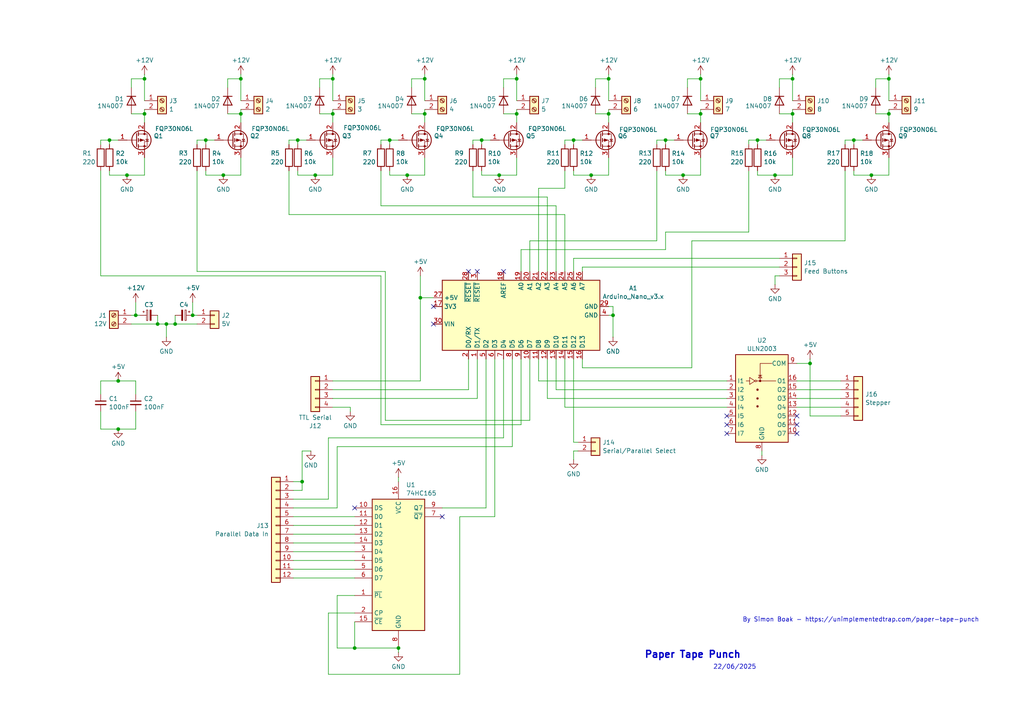
<source format=kicad_sch>
(kicad_sch (version 20231120) (generator "eeschema") (generator_version "8.0")
  (paper "A4")
  (junction (at 171.45 50.8))
  (junction (at 149.86 33.02))
  (junction (at 219.71 40.64))
  (junction (at 48.26 93.98))
  (junction (at 39.37 91.44))
  (junction (at 203.2 22.86))
  (junction (at 102.87 187.96))
  (junction (at 86.36 40.64))
  (junction (at 224.79 50.8))
  (junction (at 234.95 105.41))
  (junction (at 41.91 33.02))
  (junction (at 118.11 50.8))
  (junction (at 252.73 50.8))
  (junction (at 96.52 22.86))
  (junction (at 176.53 22.86))
  (junction (at 166.37 40.64))
  (junction (at 69.85 22.86))
  (junction (at 41.91 22.86))
  (junction (at 55.88 91.44))
  (junction (at 123.19 22.86))
  (junction (at 121.92 86.36))
  (junction (at 69.85 33.02))
  (junction (at 247.65 40.64))
  (junction (at 45.72 93.98))
  (junction (at 64.77 50.8))
  (junction (at 139.7 40.64))
  (junction (at 123.19 33.02))
  (junction (at 149.86 22.86))
  (junction (at 144.78 50.8))
  (junction (at 203.2 33.02))
  (junction (at 96.52 33.02))
  (junction (at 257.81 22.86))
  (junction (at 177.8 91.44))
  (junction (at 36.83 50.8))
  (junction (at 113.03 40.64))
  (junction (at 34.29 110.49))
  (junction (at 87.63 139.7))
  (junction (at 198.12 50.8))
  (junction (at 193.04 40.64))
  (junction (at 34.29 124.46))
  (junction (at 91.44 50.8))
  (junction (at 229.87 33.02))
  (junction (at 115.57 187.96))
  (junction (at 229.87 22.86))
  (junction (at 257.81 33.02))
  (junction (at 176.53 33.02))
  (junction (at 50.8 93.98))
  (junction (at 59.69 40.64))
  (junction (at 31.75 40.64))
  (no_connect (at 210.82 125.73))
  (no_connect (at 231.14 123.19))
  (no_connect (at 146.05 78.74))
  (no_connect (at 231.14 125.73))
  (no_connect (at 210.82 120.65))
  (no_connect (at 210.82 123.19))
  (no_connect (at 125.73 88.9))
  (no_connect (at 231.14 120.65))
  (no_connect (at 135.89 78.74))
  (no_connect (at 128.27 149.86))
  (no_connect (at 125.73 93.98))
  (no_connect (at 102.87 147.32))
  (no_connect (at 138.43 78.74))
  (wire (pts (xy 247.65 49.53) (xy 247.65 50.8)))
  (wire (pts (xy 96.52 110.49) (xy 121.92 110.49)))
  (wire (pts (xy 234.95 104.14) (xy 234.95 105.41)))
  (wire (pts (xy 85.09 165.1) (xy 102.87 165.1)))
  (wire (pts (xy 200.66 69.85) (xy 245.11 69.85)))
  (wire (pts (xy 57.15 40.64) (xy 59.69 40.64)))
  (wire (pts (xy 59.69 40.64) (xy 59.69 41.91)))
  (wire (pts (xy 163.83 62.23) (xy 163.83 78.74)))
  (wire (pts (xy 245.11 49.53) (xy 245.11 69.85)))
  (wire (pts (xy 97.79 147.32) (xy 97.79 129.54)))
  (wire (pts (xy 176.53 21.59) (xy 176.53 22.86)))
  (wire (pts (xy 111.76 121.92) (xy 153.67 121.92)))
  (wire (pts (xy 45.72 93.98) (xy 48.26 93.98)))
  (wire (pts (xy 96.52 115.57) (xy 138.43 115.57)))
  (wire (pts (xy 226.06 80.01) (xy 224.79 80.01)))
  (wire (pts (xy 31.75 50.8) (xy 36.83 50.8)))
  (wire (pts (xy 85.09 157.48) (xy 102.87 157.48)))
  (wire (pts (xy 113.03 50.8) (xy 118.11 50.8)))
  (wire (pts (xy 166.37 74.93) (xy 226.06 74.93)))
  (wire (pts (xy 224.79 50.8) (xy 229.87 50.8)))
  (wire (pts (xy 97.79 129.54) (xy 148.59 129.54)))
  (wire (pts (xy 29.21 49.53) (xy 29.21 80.01)))
  (wire (pts (xy 229.87 33.02) (xy 229.87 35.56)))
  (wire (pts (xy 158.75 57.15) (xy 158.75 78.74)))
  (wire (pts (xy 226.06 33.02) (xy 229.87 33.02)))
  (wire (pts (xy 168.91 77.47) (xy 226.06 77.47)))
  (wire (pts (xy 161.29 104.14) (xy 161.29 113.03)))
  (wire (pts (xy 176.53 22.86) (xy 176.53 29.21)))
  (wire (pts (xy 229.87 21.59) (xy 229.87 22.86)))
  (wire (pts (xy 254 25.4) (xy 254 22.86)))
  (wire (pts (xy 39.37 119.38) (xy 39.37 124.46)))
  (wire (pts (xy 176.53 31.75) (xy 176.53 33.02)))
  (wire (pts (xy 190.5 40.64) (xy 193.04 40.64)))
  (wire (pts (xy 176.53 91.44) (xy 177.8 91.44)))
  (wire (pts (xy 229.87 31.75) (xy 229.87 33.02)))
  (wire (pts (xy 83.82 62.23) (xy 163.83 62.23)))
  (wire (pts (xy 163.83 40.64) (xy 166.37 40.64)))
  (wire (pts (xy 36.83 50.8) (xy 41.91 50.8)))
  (wire (pts (xy 110.49 80.01) (xy 110.49 123.19)))
  (wire (pts (xy 39.37 110.49) (xy 39.37 114.3)))
  (wire (pts (xy 220.98 130.81) (xy 220.98 132.08)))
  (wire (pts (xy 203.2 50.8) (xy 203.2 45.72)))
  (wire (pts (xy 41.91 22.86) (xy 41.91 29.21)))
  (wire (pts (xy 86.36 49.53) (xy 86.36 50.8)))
  (wire (pts (xy 69.85 31.75) (xy 69.85 33.02)))
  (wire (pts (xy 142.24 40.64) (xy 139.7 40.64)))
  (wire (pts (xy 85.09 149.86) (xy 102.87 149.86)))
  (wire (pts (xy 257.81 33.02) (xy 257.81 35.56)))
  (wire (pts (xy 190.5 49.53) (xy 190.5 69.85)))
  (wire (pts (xy 38.1 91.44) (xy 39.37 91.44)))
  (wire (pts (xy 135.89 113.03) (xy 135.89 104.14)))
  (wire (pts (xy 217.17 49.53) (xy 217.17 67.31)))
  (wire (pts (xy 139.7 49.53) (xy 139.7 50.8)))
  (wire (pts (xy 171.45 50.8) (xy 176.53 50.8)))
  (wire (pts (xy 110.49 40.64) (xy 113.03 40.64)))
  (wire (pts (xy 41.91 50.8) (xy 41.91 45.72)))
  (wire (pts (xy 203.2 22.86) (xy 203.2 29.21)))
  (wire (pts (xy 247.65 50.8) (xy 252.73 50.8)))
  (wire (pts (xy 193.04 67.31) (xy 193.04 72.39)))
  (wire (pts (xy 96.52 118.11) (xy 101.6 118.11)))
  (wire (pts (xy 87.63 139.7) (xy 87.63 130.81)))
  (wire (pts (xy 172.72 33.02) (xy 176.53 33.02)))
  (wire (pts (xy 254 33.02) (xy 257.81 33.02)))
  (wire (pts (xy 83.82 41.91) (xy 83.82 40.64)))
  (wire (pts (xy 115.57 138.43) (xy 115.57 139.7)))
  (wire (pts (xy 85.09 147.32) (xy 97.79 147.32)))
  (wire (pts (xy 222.25 40.64) (xy 219.71 40.64)))
  (wire (pts (xy 110.49 59.69) (xy 161.29 59.69)))
  (wire (pts (xy 64.77 50.8) (xy 69.85 50.8)))
  (wire (pts (xy 41.91 31.75) (xy 41.91 33.02)))
  (wire (pts (xy 149.86 31.75) (xy 149.86 33.02)))
  (wire (pts (xy 57.15 49.53) (xy 57.15 78.74)))
  (wire (pts (xy 163.83 104.14) (xy 163.83 118.11)))
  (wire (pts (xy 95.25 195.58) (xy 133.35 195.58)))
  (wire (pts (xy 144.78 50.8) (xy 149.86 50.8)))
  (wire (pts (xy 245.11 41.91) (xy 245.11 40.64)))
  (wire (pts (xy 102.87 172.72) (xy 97.79 172.72)))
  (wire (pts (xy 148.59 129.54) (xy 148.59 104.14)))
  (wire (pts (xy 92.71 22.86) (xy 96.52 22.86)))
  (wire (pts (xy 176.53 33.02) (xy 176.53 35.56)))
  (wire (pts (xy 168.91 40.64) (xy 166.37 40.64)))
  (wire (pts (xy 257.81 22.86) (xy 257.81 29.21)))
  (wire (pts (xy 163.83 118.11) (xy 210.82 118.11)))
  (wire (pts (xy 243.84 120.65) (xy 234.95 120.65)))
  (wire (pts (xy 41.91 33.02) (xy 41.91 35.56)))
  (wire (pts (xy 66.04 25.4) (xy 66.04 22.86)))
  (wire (pts (xy 121.92 80.01) (xy 121.92 86.36)))
  (wire (pts (xy 200.66 106.68) (xy 200.66 69.85)))
  (wire (pts (xy 224.79 80.01) (xy 224.79 82.55)))
  (wire (pts (xy 95.25 144.78) (xy 95.25 127)))
  (wire (pts (xy 38.1 33.02) (xy 41.91 33.02)))
  (wire (pts (xy 243.84 113.03) (xy 231.14 113.03)))
  (wire (pts (xy 86.36 40.64) (xy 86.36 41.91)))
  (wire (pts (xy 168.91 106.68) (xy 168.91 104.14)))
  (wire (pts (xy 219.71 49.53) (xy 219.71 50.8)))
  (wire (pts (xy 92.71 33.02) (xy 96.52 33.02)))
  (wire (pts (xy 29.21 40.64) (xy 31.75 40.64)))
  (wire (pts (xy 177.8 91.44) (xy 177.8 97.79)))
  (wire (pts (xy 199.39 25.4) (xy 199.39 22.86)))
  (wire (pts (xy 156.21 54.61) (xy 156.21 78.74)))
  (wire (pts (xy 113.03 49.53) (xy 113.03 50.8)))
  (wire (pts (xy 137.16 57.15) (xy 137.16 49.53)))
  (wire (pts (xy 252.73 50.8) (xy 257.81 50.8)))
  (wire (pts (xy 149.86 50.8) (xy 149.86 45.72)))
  (wire (pts (xy 38.1 93.98) (xy 45.72 93.98)))
  (wire (pts (xy 177.8 88.9) (xy 177.8 91.44)))
  (wire (pts (xy 85.09 167.64) (xy 102.87 167.64)))
  (wire (pts (xy 57.15 41.91) (xy 57.15 40.64)))
  (wire (pts (xy 137.16 41.91) (xy 137.16 40.64)))
  (wire (pts (xy 85.09 139.7) (xy 87.63 139.7)))
  (wire (pts (xy 199.39 22.86) (xy 203.2 22.86)))
  (wire (pts (xy 86.36 50.8) (xy 91.44 50.8)))
  (wire (pts (xy 146.05 33.02) (xy 149.86 33.02)))
  (wire (pts (xy 219.71 40.64) (xy 219.71 41.91)))
  (wire (pts (xy 217.17 40.64) (xy 219.71 40.64)))
  (wire (pts (xy 226.06 22.86) (xy 229.87 22.86)))
  (wire (pts (xy 245.11 40.64) (xy 247.65 40.64)))
  (wire (pts (xy 119.38 22.86) (xy 123.19 22.86)))
  (wire (pts (xy 199.39 33.02) (xy 203.2 33.02)))
  (wire (pts (xy 153.67 104.14) (xy 153.67 121.92)))
  (wire (pts (xy 243.84 118.11) (xy 231.14 118.11)))
  (wire (pts (xy 243.84 110.49) (xy 231.14 110.49)))
  (wire (pts (xy 156.21 104.14) (xy 156.21 110.49)))
  (wire (pts (xy 69.85 33.02) (xy 69.85 35.56)))
  (wire (pts (xy 137.16 57.15) (xy 158.75 57.15)))
  (wire (pts (xy 55.88 91.44) (xy 57.15 91.44)))
  (wire (pts (xy 85.09 152.4) (xy 102.87 152.4)))
  (wire (pts (xy 96.52 50.8) (xy 96.52 45.72)))
  (wire (pts (xy 34.29 124.46) (xy 39.37 124.46)))
  (wire (pts (xy 203.2 21.59) (xy 203.2 22.86)))
  (wire (pts (xy 102.87 187.96) (xy 115.57 187.96)))
  (wire (pts (xy 198.12 50.8) (xy 203.2 50.8)))
  (wire (pts (xy 59.69 49.53) (xy 59.69 50.8)))
  (wire (pts (xy 250.19 40.64) (xy 247.65 40.64)))
  (wire (pts (xy 229.87 50.8) (xy 229.87 45.72)))
  (wire (pts (xy 257.81 21.59) (xy 257.81 22.86)))
  (wire (pts (xy 195.58 40.64) (xy 193.04 40.64)))
  (wire (pts (xy 176.53 50.8) (xy 176.53 45.72)))
  (wire (pts (xy 69.85 50.8) (xy 69.85 45.72)))
  (wire (pts (xy 193.04 40.64) (xy 193.04 41.91)))
  (wire (pts (xy 96.52 113.03) (xy 135.89 113.03)))
  (wire (pts (xy 234.95 120.65) (xy 234.95 105.41)))
  (wire (pts (xy 158.75 115.57) (xy 210.82 115.57)))
  (wire (pts (xy 110.49 41.91) (xy 110.49 40.64)))
  (wire (pts (xy 55.88 87.63) (xy 55.88 91.44)))
  (wire (pts (xy 62.23 40.64) (xy 59.69 40.64)))
  (wire (pts (xy 66.04 22.86) (xy 69.85 22.86)))
  (wire (pts (xy 101.6 118.11) (xy 101.6 119.38)))
  (wire (pts (xy 166.37 40.64) (xy 166.37 41.91)))
  (wire (pts (xy 85.09 160.02) (xy 102.87 160.02)))
  (wire (pts (xy 190.5 69.85) (xy 153.67 69.85)))
  (wire (pts (xy 139.7 50.8) (xy 144.78 50.8)))
  (wire (pts (xy 229.87 22.86) (xy 229.87 29.21)))
  (wire (pts (xy 96.52 21.59) (xy 96.52 22.86)))
  (wire (pts (xy 163.83 54.61) (xy 156.21 54.61)))
  (wire (pts (xy 118.11 50.8) (xy 123.19 50.8)))
  (wire (pts (xy 85.09 162.56) (xy 102.87 162.56)))
  (wire (pts (xy 217.17 41.91) (xy 217.17 40.64)))
  (wire (pts (xy 123.19 50.8) (xy 123.19 45.72)))
  (wire (pts (xy 166.37 130.81) (xy 166.37 133.35)))
  (wire (pts (xy 38.1 25.4) (xy 38.1 22.86)))
  (wire (pts (xy 254 22.86) (xy 257.81 22.86)))
  (wire (pts (xy 163.83 40.64) (xy 163.83 41.91)))
  (wire (pts (xy 50.8 91.44) (xy 50.8 93.98)))
  (wire (pts (xy 168.91 77.47) (xy 168.91 78.74)))
  (wire (pts (xy 29.21 80.01) (xy 110.49 80.01)))
  (wire (pts (xy 257.81 31.75) (xy 257.81 33.02)))
  (wire (pts (xy 176.53 88.9) (xy 177.8 88.9)))
  (wire (pts (xy 166.37 128.27) (xy 167.64 128.27)))
  (wire (pts (xy 95.25 177.8) (xy 95.25 195.58)))
  (wire (pts (xy 34.29 40.64) (xy 31.75 40.64)))
  (wire (pts (xy 243.84 115.57) (xy 231.14 115.57)))
  (wire (pts (xy 137.16 40.64) (xy 139.7 40.64)))
  (wire (pts (xy 123.19 33.02) (xy 123.19 35.56)))
  (wire (pts (xy 69.85 22.86) (xy 69.85 29.21)))
  (wire (pts (xy 57.15 93.98) (xy 50.8 93.98)))
  (wire (pts (xy 92.71 25.4) (xy 92.71 22.86)))
  (wire (pts (xy 146.05 25.4) (xy 146.05 22.86)))
  (wire (pts (xy 91.44 50.8) (xy 96.52 50.8)))
  (wire (pts (xy 85.09 142.24) (xy 87.63 142.24)))
  (wire (pts (xy 133.35 195.58) (xy 133.35 149.86)))
  (wire (pts (xy 85.09 144.78) (xy 95.25 144.78)))
  (wire (pts (xy 31.75 49.53) (xy 31.75 50.8)))
  (wire (pts (xy 149.86 22.86) (xy 149.86 29.21)))
  (wire (pts (xy 133.35 149.86) (xy 143.51 149.86)))
  (wire (pts (xy 29.21 110.49) (xy 34.29 110.49)))
  (wire (pts (xy 128.27 147.32) (xy 140.97 147.32)))
  (wire (pts (xy 57.15 78.74) (xy 111.76 78.74)))
  (wire (pts (xy 123.19 22.86) (xy 123.19 29.21)))
  (wire (pts (xy 50.8 93.98) (xy 48.26 93.98)))
  (wire (pts (xy 111.76 78.74) (xy 111.76 121.92)))
  (wire (pts (xy 166.37 50.8) (xy 171.45 50.8)))
  (wire (pts (xy 166.37 49.53) (xy 166.37 50.8)))
  (wire (pts (xy 102.87 180.34) (xy 102.87 187.96)))
  (wire (pts (xy 45.72 91.44) (xy 45.72 93.98)))
  (wire (pts (xy 110.49 59.69) (xy 110.49 49.53)))
  (wire (pts (xy 31.75 40.64) (xy 31.75 41.91)))
  (wire (pts (xy 172.72 22.86) (xy 176.53 22.86)))
  (wire (pts (xy 38.1 22.86) (xy 41.91 22.86)))
  (wire (pts (xy 85.09 154.94) (xy 102.87 154.94)))
  (wire (pts (xy 97.79 172.72) (xy 97.79 187.96)))
  (wire (pts (xy 149.86 21.59) (xy 149.86 22.86)))
  (wire (pts (xy 163.83 49.53) (xy 163.83 54.61)))
  (wire (pts (xy 257.81 50.8) (xy 257.81 45.72)))
  (wire (pts (xy 96.52 33.02) (xy 96.52 35.56)))
  (wire (pts (xy 140.97 147.32) (xy 140.97 104.14)))
  (wire (pts (xy 226.06 25.4) (xy 226.06 22.86)))
  (wire (pts (xy 203.2 31.75) (xy 203.2 33.02)))
  (wire (pts (xy 123.19 21.59) (xy 123.19 22.86)))
  (wire (pts (xy 113.03 40.64) (xy 113.03 41.91)))
  (wire (pts (xy 161.29 113.03) (xy 210.82 113.03)))
  (wire (pts (xy 95.25 127) (xy 146.05 127)))
  (wire (pts (xy 115.57 40.64) (xy 113.03 40.64)))
  (wire (pts (xy 96.52 31.75) (xy 96.52 33.02)))
  (wire (pts (xy 167.64 130.81) (xy 166.37 130.81)))
  (wire (pts (xy 41.91 21.59) (xy 41.91 22.86)))
  (wire (pts (xy 29.21 114.3) (xy 29.21 110.49)))
  (wire (pts (xy 193.04 72.39) (xy 151.13 72.39)))
  (wire (pts (xy 39.37 91.44) (xy 40.64 91.44)))
  (wire (pts (xy 190.5 41.91) (xy 190.5 40.64)))
  (wire (pts (xy 121.92 86.36) (xy 125.73 86.36)))
  (wire (pts (xy 66.04 33.02) (xy 69.85 33.02)))
  (wire (pts (xy 153.67 69.85) (xy 153.67 78.74)))
  (wire (pts (xy 29.21 40.64) (xy 29.21 41.91)))
  (wire (pts (xy 193.04 50.8) (xy 198.12 50.8)))
  (wire (pts (xy 151.13 72.39) (xy 151.13 78.74)))
  (wire (pts (xy 102.87 177.8) (xy 95.25 177.8)))
  (wire (pts (xy 119.38 25.4) (xy 119.38 22.86)))
  (wire (pts (xy 119.38 33.02) (xy 123.19 33.02)))
  (wire (pts (xy 231.14 105.41) (xy 234.95 105.41)))
  (wire (pts (xy 143.51 149.86) (xy 143.51 104.14)))
  (wire (pts (xy 123.19 31.75) (xy 123.19 33.02)))
  (wire (pts (xy 193.04 67.31) (xy 217.17 67.31)))
  (wire (pts (xy 146.05 127) (xy 146.05 104.14)))
  (wire (pts (xy 59.69 50.8) (xy 64.77 50.8)))
  (wire (pts (xy 97.79 187.96) (xy 102.87 187.96)))
  (wire (pts (xy 172.72 25.4) (xy 172.72 22.86)))
  (wire (pts (xy 48.26 93.98) (xy 48.26 97.79)))
  (wire (pts (xy 87.63 142.24) (xy 87.63 139.7)))
  (wire (pts (xy 83.82 40.64) (xy 86.36 40.64)))
  (wire (pts (xy 146.05 22.86) (xy 149.86 22.86)))
  (wire (pts (xy 149.86 33.02) (xy 149.86 35.56)))
  (wire (pts (xy 219.71 50.8) (xy 224.79 50.8)))
  (wire (pts (xy 166.37 74.93) (xy 166.37 78.74)))
  (wire (pts (xy 69.85 21.59) (xy 69.85 22.86)))
  (wire (pts (xy 151.13 123.19) (xy 151.13 104.14)))
  (wire (pts (xy 110.49 123.19) (xy 151.13 123.19)))
  (wire (pts (xy 83.82 62.23) (xy 83.82 49.53)))
  (wire (pts (xy 87.63 130.81) (xy 90.17 130.81)))
  (wire (pts (xy 29.21 119.38) (xy 29.21 124.46)))
  (wire (pts (xy 193.04 49.53) (xy 193.04 50.8)))
  (wire (pts (xy 39.37 87.63) (xy 39.37 91.44)))
  (wire (pts (xy 96.52 22.86) (xy 96.52 29.21)))
  (wire (pts (xy 88.9 40.64) (xy 86.36 40.64)))
  (wire (pts (xy 203.2 33.02) (xy 203.2 35.56)))
  (wire (pts (xy 115.57 187.96) (xy 115.57 189.23)))
  (wire (pts (xy 166.37 104.14) (xy 166.37 128.27)))
  (wire (pts (xy 168.91 106.68) (xy 200.66 106.68)))
  (wire (pts (xy 158.75 104.14) (xy 158.75 115.57)))
  (wire (pts (xy 138.43 115.57) (xy 138.43 104.14)))
  (wire (pts (xy 121.92 110.49) (xy 121.92 86.36)))
  (wire (pts (xy 161.29 59.69) (xy 161.29 78.74)))
  (wire (pts (xy 139.7 40.64) (xy 139.7 41.91)))
  (wire (pts (xy 247.65 40.64) (xy 247.65 41.91)))
  (wire (pts (xy 34.29 110.49) (xy 39.37 110.49)))
  (wire (pts (xy 156.21 110.49) (xy 210.82 110.49)))
  (wire (pts (xy 29.21 124.46) (xy 34.29 124.46)))
  (text "Paper Tape Punch" (at 200.914 189.992 0) (effects (font (size 2 2) (thickness 0.4) (bold yes))))
  (text "22/06/2025" (at 213.106 193.548 0) (effects (font (size 1.27 1.27))))
  (text "By Simon Boak - https://unimplementedtrap.com/paper-tape-punch" (at 249.682 179.832 0) (effects (font (size 1.27 1.27))))
  (symbol (lib_id "power:+12V") (at 203.2 21.59 0) (unit 1)
    (property "Reference" "#PWR027" (effects (hide yes)))
    (property "Value" "+12V" (at 203.2 17.4569 0))
    (property "Description" "Power symbol creates a global label with name \"+12V\"" (effects (hide yes)))
  )
  (symbol (lib_id "power:GND") (at 118.11 50.8 0) (unit 1)
    (property "Reference" "#PWR015" (effects (hide yes)))
    (property "Value" "GND" (at 118.11 54.9331 0))
    (property "Description" "Power symbol creates a global label with name \"GND\" , ground" (effects (hide yes)))
  )
  (symbol (lib_id "Device:C_Small") (at 39.37 116.84 0) (unit 1)
    (property "Reference" "C2" (at 41.6941 115.6341 0) (effects (justify left)))
    (property "Value" "100nF" (at 41.6941 118.0584 0) (effects (justify left)))
    (property "Footprint" "Capacitor_THT:C_Rect_L9.0mm_W2.5mm_P7.50mm_MKT" (effects (hide yes)))
    (property "Description" "Unpolarized capacitor, small symbol" (effects (hide yes)))
  )
  (symbol (lib_id "Connector:Screw_Terminal_01x02") (at 154.94 29.21 0) (unit 1)
    (property "Reference" "J7" (at 156.972 29.2678 0) (effects (justify left)))
    (property "Value" "5" (at 156.972 31.6921 0) (effects (justify left)))
    (property "Footprint" "TerminalBlock_RND:TerminalBlock_RND_205-00012_1x02_P5.00mm_Horizontal" (effects (hide yes)))
    (property "Description" "Generic screw terminal, single row, 01x02, script generated (kicad-library-utils/schlib/autogen/connector/)" (effects (hide yes)))
  )
  (symbol (lib_id "power:GND") (at 34.29 124.46 0) (unit 1)
    (property "Reference" "#PWR02" (effects (hide yes)))
    (property "Value" "GND" (at 34.29 128.5931 0))
    (property "Description" "Power symbol creates a global label with name \"GND\" , ground" (effects (hide yes)))
  )
  (symbol (lib_id "Device:R") (at 31.75 45.72 0) (unit 1)
    (property "Reference" "R2" (at 33.528 44.5078 0) (effects (justify left)))
    (property "Value" "10k" (at 33.528 46.9321 0) (effects (justify left)))
    (property "Footprint" "Resistor_THT:R_Axial_DIN0204_L3.6mm_D1.6mm_P7.62mm_Horizontal" (effects (hide yes)))
    (property "Description" "Resistor" (effects (hide yes)))
  )
  (symbol (lib_id "power:+12V") (at 176.53 21.59 0) (unit 1)
    (property "Reference" "#PWR024" (effects (hide yes)))
    (property "Value" "+12V" (at 176.53 17.4569 0))
    (property "Description" "Power symbol creates a global label with name \"+12V\"" (effects (hide yes)))
  )
  (symbol (lib_id "Connector:Screw_Terminal_01x02") (at 181.61 29.21 0) (unit 1)
    (property "Reference" "J8" (at 183.642 29.2678 0) (effects (justify left)))
    (property "Value" "6" (at 183.642 31.6921 0) (effects (justify left)))
    (property "Footprint" "TerminalBlock_RND:TerminalBlock_RND_205-00012_1x02_P5.00mm_Horizontal" (effects (hide yes)))
    (property "Description" "Generic screw terminal, single row, 01x02, script generated (kicad-library-utils/schlib/autogen/connector/)" (effects (hide yes)))
  )
  (symbol (lib_id "Device:R") (at 193.04 45.72 0) (unit 1)
    (property "Reference" "R14" (at 194.818 44.5078 0) (effects (justify left)))
    (property "Value" "10k" (at 194.818 46.9321 0) (effects (justify left)))
    (property "Footprint" "Resistor_THT:R_Axial_DIN0204_L3.6mm_D1.6mm_P7.62mm_Horizontal" (effects (hide yes)))
    (property "Description" "Resistor" (effects (hide yes)))
  )
  (symbol (lib_id "Diode:1N4007") (at 119.38 29.21 270) (unit 1)
    (property "Reference" "D4" (at 114.554 28.702 90) (effects (justify left)))
    (property "Value" "1N4007" (at 109.474 30.734 90) (effects (justify left)))
    (property "Footprint" "Diode_THT:D_DO-41_SOD81_P10.16mm_Horizontal" (effects (hide yes)))
    (property "Datasheet" "http://www.vishay.com/docs/88503/1n4001.pdf" (effects (hide yes)))
    (property "Description" "1000V 1A General Purpose Rectifier Diode, DO-41" (effects (hide yes)))
    (property "Sim.Device" "D" (effects (hide yes)))
    (property "Sim.Pins" "1=K 2=A" (effects (hide yes)))
  )
  (symbol (lib_id "power:+5V") (at 115.57 138.43 0) (unit 1)
    (property "Reference" "#PWR013" (effects (hide yes)))
    (property "Value" "+5V" (at 115.57 134.2969 0))
    (property "Description" "Power symbol creates a global label with name \"+5V\"" (effects (hide yes)))
  )
  (symbol (lib_id "power:+5V") (at 34.29 110.49 0) (unit 1)
    (property "Reference" "#PWR01" (effects (hide yes)))
    (property "Value" "+5V" (at 34.29 106.3569 0))
    (property "Description" "Power symbol creates a global label with name \"+5V\"" (effects (hide yes)))
  )
  (symbol (lib_id "Device:R") (at 113.03 45.72 0) (unit 1)
    (property "Reference" "R8" (at 114.808 44.5078 0) (effects (justify left)))
    (property "Value" "10k" (at 114.808 46.9321 0) (effects (justify left)))
    (property "Footprint" "Resistor_THT:R_Axial_DIN0204_L3.6mm_D1.6mm_P7.62mm_Horizontal" (effects (hide yes)))
    (property "Description" "Resistor" (effects (hide yes)))
  )
  (symbol (lib_id "Connector:Screw_Terminal_01x02") (at 128.27 29.21 0) (unit 1)
    (property "Reference" "J6" (at 130.302 29.2678 0) (effects (justify left)))
    (property "Value" "4" (at 130.302 31.6921 0) (effects (justify left)))
    (property "Footprint" "TerminalBlock_RND:TerminalBlock_RND_205-00012_1x02_P5.00mm_Horizontal" (effects (hide yes)))
    (property "Description" "Generic screw terminal, single row, 01x02, script generated (kicad-library-utils/schlib/autogen/connector/)" (effects (hide yes)))
  )
  (symbol (lib_id "power:+5V") (at 234.95 104.14 0) (unit 1)
    (property "Reference" "#PWR031" (effects (hide yes)))
    (property "Value" "+5V" (at 234.95 100.0069 0))
    (property "Description" "Power symbol creates a global label with name \"+5V\"" (effects (hide yes)))
  )
  (symbol (lib_id "Device:R") (at 163.83 45.72 0) (unit 1)
    (property "Reference" "R11" (at 158.496 44.45 0) (effects (justify left)))
    (property "Value" "220" (at 158.496 46.99 0) (effects (justify left)))
    (property "Footprint" "Resistor_THT:R_Axial_DIN0204_L3.6mm_D1.6mm_P7.62mm_Horizontal" (effects (hide yes)))
    (property "Description" "Resistor" (effects (hide yes)))
  )
  (symbol (lib_id "power:+12V") (at 229.87 21.59 0) (unit 1)
    (property "Reference" "#PWR030" (effects (hide yes)))
    (property "Value" "+12V" (at 229.87 17.4569 0))
    (property "Description" "Power symbol creates a global label with name \"+12V\"" (effects (hide yes)))
  )
  (symbol (lib_id "Device:R") (at 139.7 45.72 0) (unit 1)
    (property "Reference" "R10" (at 141.478 44.5078 0) (effects (justify left)))
    (property "Value" "10k" (at 141.478 46.9321 0) (effects (justify left)))
    (property "Footprint" "Resistor_THT:R_Axial_DIN0204_L3.6mm_D1.6mm_P7.62mm_Horizontal" (effects (hide yes)))
    (property "Description" "Resistor" (effects (hide yes)))
  )
  (symbol (lib_id "Diode:1N4007") (at 146.05 29.21 270) (unit 1)
    (property "Reference" "D5" (at 141.224 28.702 90) (effects (justify left)))
    (property "Value" "1N4007" (at 136.144 30.734 90) (effects (justify left)))
    (property "Footprint" "Diode_THT:D_DO-41_SOD81_P10.16mm_Horizontal" (effects (hide yes)))
    (property "Datasheet" "http://www.vishay.com/docs/88503/1n4001.pdf" (effects (hide yes)))
    (property "Description" "1000V 1A General Purpose Rectifier Diode, DO-41" (effects (hide yes)))
    (property "Sim.Device" "D" (effects (hide yes)))
    (property "Sim.Pins" "1=K 2=A" (effects (hide yes)))
  )
  (symbol (lib_id "Device:R") (at 245.11 45.72 0) (unit 1)
    (property "Reference" "R17" (at 239.776 44.45 0) (effects (justify left)))
    (property "Value" "220" (at 239.776 46.99 0) (effects (justify left)))
    (property "Footprint" "Resistor_THT:R_Axial_DIN0204_L3.6mm_D1.6mm_P7.62mm_Horizontal" (effects (hide yes)))
    (property "Description" "Resistor" (effects (hide yes)))
  )
  (symbol (lib_id "Device:R") (at 83.82 45.72 0) (unit 1)
    (property "Reference" "R5" (at 78.486 44.45 0) (effects (justify left)))
    (property "Value" "220" (at 78.486 46.99 0) (effects (justify left)))
    (property "Footprint" "Resistor_THT:R_Axial_DIN0204_L3.6mm_D1.6mm_P7.62mm_Horizontal" (effects (hide yes)))
    (property "Description" "Resistor" (effects (hide yes)))
  )
  (symbol (lib_id "power:GND") (at 220.98 132.08 0) (unit 1)
    (property "Reference" "#PWR028" (effects (hide yes)))
    (property "Value" "GND" (at 220.98 136.2131 0))
    (property "Description" "Power symbol creates a global label with name \"GND\" , ground" (effects (hide yes)))
  )
  (symbol (lib_id "power:GND") (at 252.73 50.8 0) (unit 1)
    (property "Reference" "#PWR032" (effects (hide yes)))
    (property "Value" "GND" (at 252.73 54.9331 0))
    (property "Description" "Power symbol creates a global label with name \"GND\" , ground" (effects (hide yes)))
  )
  (symbol (lib_id "Connector:Screw_Terminal_01x02") (at 234.95 29.21 0) (unit 1)
    (property "Reference" "J10" (at 236.982 29.2678 0) (effects (justify left)))
    (property "Value" "8" (at 236.982 31.6921 0) (effects (justify left)))
    (property "Footprint" "TerminalBlock_RND:TerminalBlock_RND_205-00012_1x02_P5.00mm_Horizontal" (effects (hide yes)))
    (property "Description" "Generic screw terminal, single row, 01x02, script generated (kicad-library-utils/schlib/autogen/connector/)" (effects (hide yes)))
  )
  (symbol (lib_id "Transistor_FET:FQP27P06") (at 147.32 40.64 0) (unit 1)
    (property "Reference" "Q5" (at 152.527 39.4278 0) (effects (justify left)))
    (property "Value" "FQP30N06L" (at 153.162 37.338 0) (effects (justify left)))
    (property "Footprint" "Package_TO_SOT_THT:TO-220-3_Vertical" (effects (hide yes)))
    (property "Datasheet" "https://www.onsemi.com/pub/Collateral/FQP27P06-D.PDF" (effects (hide yes)))
    (property "Description" "-27A Id, -60V Vds, QFET P-Channel MOSFET, TO-220" (effects (hide yes)))
  )
  (symbol (lib_id "Diode:1N4007") (at 226.06 29.21 270) (unit 1)
    (property "Reference" "D8" (at 221.234 28.702 90) (effects (justify left)))
    (property "Value" "1N4007" (at 216.154 30.734 90) (effects (justify left)))
    (property "Footprint" "Diode_THT:D_DO-41_SOD81_P10.16mm_Horizontal" (effects (hide yes)))
    (property "Datasheet" "http://www.vishay.com/docs/88503/1n4001.pdf" (effects (hide yes)))
    (property "Description" "1000V 1A General Purpose Rectifier Diode, DO-41" (effects (hide yes)))
    (property "Sim.Device" "D" (effects (hide yes)))
    (property "Sim.Pins" "1=K 2=A" (effects (hide yes)))
  )
  (symbol (lib_id "Transistor_FET:FQP27P06") (at 39.37 40.64 0) (unit 1)
    (property "Reference" "Q1" (at 44.577 39.4278 0) (effects (justify left)))
    (property "Value" "FQP30N06L" (at 44.958 37.338 0) (effects (justify left)))
    (property "Footprint" "Package_TO_SOT_THT:TO-220-3_Vertical" (effects (hide yes)))
    (property "Datasheet" "https://www.onsemi.com/pub/Collateral/FQP27P06-D.PDF" (effects (hide yes)))
    (property "Description" "-27A Id, -60V Vds, QFET P-Channel MOSFET, TO-220" (effects (hide yes)))
  )
  (symbol (lib_id "power:GND") (at 115.57 189.23 0) (unit 1)
    (property "Reference" "#PWR014" (effects (hide yes)))
    (property "Value" "GND" (at 115.57 193.3631 0))
    (property "Description" "Power symbol creates a global label with name \"GND\" , ground" (effects (hide yes)))
  )
  (symbol (lib_id "power:GND") (at 224.79 50.8 0) (unit 1)
    (property "Reference" "#PWR029" (effects (hide yes)))
    (property "Value" "GND" (at 224.79 54.9331 0))
    (property "Description" "Power symbol creates a global label with name \"GND\" , ground" (effects (hide yes)))
  )
  (symbol (lib_id "power:GND") (at 36.83 50.8 0) (unit 1)
    (property "Reference" "#PWR03" (effects (hide yes)))
    (property "Value" "GND" (at 36.83 54.9331 0))
    (property "Description" "Power symbol creates a global label with name \"GND\" , ground" (effects (hide yes)))
  )
  (symbol (lib_id "Device:C_Small") (at 29.21 116.84 0) (unit 1)
    (property "Reference" "C1" (at 31.5341 115.6341 0) (effects (justify left)))
    (property "Value" "100nF" (at 31.5341 118.0584 0) (effects (justify left)))
    (property "Footprint" "Capacitor_THT:C_Rect_L9.0mm_W2.5mm_P7.50mm_MKT" (effects (hide yes)))
    (property "Description" "Unpolarized capacitor, small symbol" (effects (hide yes)))
  )
  (symbol (lib_id "MCU_Module:Arduino_Nano_v3.x") (at 151.13 91.44 90) (unit 1)
    (property "Reference" "A1" (at 183.6623 83.5774 90))
    (property "Value" "Arduino_Nano_v3.x" (at 183.6623 86.0017 90))
    (property "Footprint" "Module:Arduino_Nano" (effects (hide yes)))
    (property "Datasheet" "http://www.mouser.com/pdfdocs/Gravitech_Arduino_Nano3_0.pdf" (effects (hide yes)))
    (property "Description" "Arduino Nano v3.x" (effects (hide yes)))
  )
  (symbol (lib_id "Diode:1N4007") (at 172.72 29.21 270) (unit 1)
    (property "Reference" "D6" (at 167.894 28.702 90) (effects (justify left)))
    (property "Value" "1N4007" (at 162.814 30.734 90) (effects (justify left)))
    (property "Footprint" "Diode_THT:D_DO-41_SOD81_P10.16mm_Horizontal" (effects (hide yes)))
    (property "Datasheet" "http://www.vishay.com/docs/88503/1n4001.pdf" (effects (hide yes)))
    (property "Description" "1000V 1A General Purpose Rectifier Diode, DO-41" (effects (hide yes)))
    (property "Sim.Device" "D" (effects (hide yes)))
    (property "Sim.Pins" "1=K 2=A" (effects (hide yes)))
  )
  (symbol (lib_id "Transistor_FET:FQP27P06") (at 173.99 40.64 0) (unit 1)
    (property "Reference" "Q6" (at 179.197 39.4278 0) (effects (justify left)))
    (property "Value" "FQP30N06L" (at 179.578 37.592 0) (effects (justify left)))
    (property "Footprint" "Package_TO_SOT_THT:TO-220-3_Vertical" (effects (hide yes)))
    (property "Datasheet" "https://www.onsemi.com/pub/Collateral/FQP27P06-D.PDF" (effects (hide yes)))
    (property "Description" "-27A Id, -60V Vds, QFET P-Channel MOSFET, TO-220" (effects (hide yes)))
  )
  (symbol (lib_id "power:+12V") (at 96.52 21.59 0) (unit 1)
    (property "Reference" "#PWR012" (effects (hide yes)))
    (property "Value" "+12V" (at 96.52 17.4569 0))
    (property "Description" "Power symbol creates a global label with name \"+12V\"" (effects (hide yes)))
  )
  (symbol (lib_id "Device:R") (at 247.65 45.72 0) (unit 1)
    (property "Reference" "R18" (at 249.428 44.5078 0) (effects (justify left)))
    (property "Value" "10k" (at 249.428 46.9321 0) (effects (justify left)))
    (property "Footprint" "Resistor_THT:R_Axial_DIN0204_L3.6mm_D1.6mm_P7.62mm_Horizontal" (effects (hide yes)))
    (property "Description" "Resistor" (effects (hide yes)))
  )
  (symbol (lib_id "Device:R") (at 190.5 45.72 0) (unit 1)
    (property "Reference" "R13" (at 185.166 44.45 0) (effects (justify left)))
    (property "Value" "220" (at 185.166 46.99 0) (effects (justify left)))
    (property "Footprint" "Resistor_THT:R_Axial_DIN0204_L3.6mm_D1.6mm_P7.62mm_Horizontal" (effects (hide yes)))
    (property "Description" "Resistor" (effects (hide yes)))
  )
  (symbol (lib_id "Device:C_Polarized_Small") (at 43.18 91.44 90) (mirror x) (unit 1)
    (property "Reference" "C3" (at 43.18 88.392 90))
    (property "Value" "C_Polarized_Small" (effects (hide yes)))
    (property "Footprint" "Capacitor_THT:CP_Radial_D10.0mm_P5.00mm" (effects (hide yes)))
    (property "Description" "Polarized capacitor, small symbol" (effects (hide yes)))
  )
  (symbol (lib_id "Connector:Screw_Terminal_01x02") (at 74.93 29.21 0) (unit 1)
    (property "Reference" "J4" (at 76.962 29.2678 0) (effects (justify left)))
    (property "Value" "2" (at 76.962 31.6921 0) (effects (justify left)))
    (property "Footprint" "TerminalBlock_RND:TerminalBlock_RND_205-00012_1x02_P5.00mm_Horizontal" (effects (hide yes)))
    (property "Description" "Generic screw terminal, single row, 01x02, script generated (kicad-library-utils/schlib/autogen/connector/)" (effects (hide yes)))
  )
  (symbol (lib_id "Device:R") (at 59.69 45.72 0) (unit 1)
    (property "Reference" "R4" (at 61.468 44.5078 0) (effects (justify left)))
    (property "Value" "10k" (at 61.468 46.9321 0) (effects (justify left)))
    (property "Footprint" "Resistor_THT:R_Axial_DIN0204_L3.6mm_D1.6mm_P7.62mm_Horizontal" (effects (hide yes)))
    (property "Description" "Resistor" (effects (hide yes)))
  )
  (symbol (lib_id "Device:R") (at 57.15 45.72 0) (unit 1)
    (property "Reference" "R3" (at 51.816 44.45 0) (effects (justify left)))
    (property "Value" "220" (at 51.816 46.99 0) (effects (justify left)))
    (property "Footprint" "Resistor_THT:R_Axial_DIN0204_L3.6mm_D1.6mm_P7.62mm_Horizontal" (effects (hide yes)))
    (property "Description" "Resistor" (effects (hide yes)))
  )
  (symbol (lib_id "power:+12V") (at 149.86 21.59 0) (unit 1)
    (property "Reference" "#PWR020" (effects (hide yes)))
    (property "Value" "+12V" (at 149.86 17.4569 0))
    (property "Description" "Power symbol creates a global label with name \"+12V\"" (effects (hide yes)))
  )
  (symbol (lib_id "Device:R") (at 110.49 45.72 0) (unit 1)
    (property "Reference" "R7" (at 105.156 44.45 0) (effects (justify left)))
    (property "Value" "220" (at 105.156 46.99 0) (effects (justify left)))
    (property "Footprint" "Resistor_THT:R_Axial_DIN0204_L3.6mm_D1.6mm_P7.62mm_Horizontal" (effects (hide yes)))
    (property "Description" "Resistor" (effects (hide yes)))
  )
  (symbol (lib_id "Transistor_FET:FQP27P06") (at 67.31 40.64 0) (unit 1)
    (property "Reference" "Q2" (at 72.517 39.4278 0) (effects (justify left)))
    (property "Value" "FQP30N06L" (at 72.898 37.338 0) (effects (justify left)))
    (property "Footprint" "Package_TO_SOT_THT:TO-220-3_Vertical" (effects (hide yes)))
    (property "Datasheet" "https://www.onsemi.com/pub/Collateral/FQP27P06-D.PDF" (effects (hide yes)))
    (property "Description" "-27A Id, -60V Vds, QFET P-Channel MOSFET, TO-220" (effects (hide yes)))
  )
  (symbol (lib_id "Device:R") (at 29.21 45.72 0) (unit 1)
    (property "Reference" "R1" (at 23.876 44.45 0) (effects (justify left)))
    (property "Value" "220" (at 23.876 46.99 0) (effects (justify left)))
    (property "Footprint" "Resistor_THT:R_Axial_DIN0204_L3.6mm_D1.6mm_P7.62mm_Horizontal" (effects (hide yes)))
    (property "Description" "Resistor" (effects (hide yes)))
  )
  (symbol (lib_id "Diode:1N4007") (at 92.71 29.21 270) (unit 1)
    (property "Reference" "D3" (at 87.884 28.702 90) (effects (justify left)))
    (property "Value" "1N4007" (at 82.804 30.734 90) (effects (justify left)))
    (property "Footprint" "Diode_THT:D_DO-41_SOD81_P10.16mm_Horizontal" (effects (hide yes)))
    (property "Datasheet" "http://www.vishay.com/docs/88503/1n4001.pdf" (effects (hide yes)))
    (property "Description" "1000V 1A General Purpose Rectifier Diode, DO-41" (effects (hide yes)))
    (property "Sim.Device" "D" (effects (hide yes)))
    (property "Sim.Pins" "1=K 2=A" (effects (hide yes)))
  )
  (symbol (lib_id "Device:R") (at 219.71 45.72 0) (unit 1)
    (property "Reference" "R16" (at 221.488 44.5078 0) (effects (justify left)))
    (property "Value" "10k" (at 221.488 46.9321 0) (effects (justify left)))
    (property "Footprint" "Resistor_THT:R_Axial_DIN0204_L3.6mm_D1.6mm_P7.62mm_Horizontal" (effects (hide yes)))
    (property "Description" "Resistor" (effects (hide yes)))
  )
  (symbol (lib_id "power:GND") (at 166.37 133.35 0) (unit 1)
    (property "Reference" "#PWR021" (effects (hide yes)))
    (property "Value" "GND" (at 166.37 137.4831 0))
    (property "Description" "Power symbol creates a global label with name \"GND\" , ground" (effects (hide yes)))
  )
  (symbol (lib_id "Transistor_Array:ULN2003") (at 220.98 115.57 0) (unit 1)
    (property "Reference" "U2" (at 220.98 98.7255 0))
    (property "Value" "ULN2003" (at 220.98 101.1498 0))
    (property "Footprint" "Package_DIP:CERDIP-16_W7.62mm_SideBrazed_LongPads_Socket" (effects (hide yes)))
    (property "Datasheet" "http://www.ti.com/lit/ds/symlink/uln2003a.pdf" (effects (hide yes)))
    (property "Description" "High Voltage, High Current Darlington Transistor Arrays, SOIC16/SOIC16W/DIP16/TSSOP16" (effects (hide yes)))
  )
  (symbol (lib_id "power:GND") (at 198.12 50.8 0) (unit 1)
    (property "Reference" "#PWR026" (effects (hide yes)))
    (property "Value" "GND" (at 198.12 54.9331 0))
    (property "Description" "Power symbol creates a global label with name \"GND\" , ground" (effects (hide yes)))
  )
  (symbol (lib_id "power:+12V") (at 257.81 21.59 0) (unit 1)
    (property "Reference" "#PWR033" (effects (hide yes)))
    (property "Value" "+12V" (at 257.81 17.4569 0))
    (property "Description" "Power symbol creates a global label with name \"+12V\"" (effects (hide yes)))
  )
  (symbol (lib_id "Device:C_Polarized_Small") (at 53.34 91.44 270) (unit 1)
    (property "Reference" "C4" (at 53.34 88.392 90))
    (property "Value" "C_Polarized_Small" (effects (hide yes)))
    (property "Footprint" "Capacitor_THT:CP_Radial_D8.0mm_P3.80mm" (effects (hide yes)))
    (property "Description" "Polarized capacitor, small symbol" (effects (hide yes)))
  )
  (symbol (lib_id "power:GND") (at 101.6 119.38 0) (unit 1)
    (property "Reference" "#PWR018" (effects (hide yes)))
    (property "Value" "GND" (at 101.6 123.5131 0))
    (property "Description" "Power symbol creates a global label with name \"GND\" , ground" (effects (hide yes)))
  )
  (symbol (lib_id "Device:R") (at 166.37 45.72 0) (unit 1)
    (property "Reference" "R12" (at 168.148 44.5078 0) (effects (justify left)))
    (property "Value" "10k" (at 168.148 46.9321 0) (effects (justify left)))
    (property "Footprint" "Resistor_THT:R_Axial_DIN0204_L3.6mm_D1.6mm_P7.62mm_Horizontal" (effects (hide yes)))
    (property "Description" "Resistor" (effects (hide yes)))
  )
  (symbol (lib_id "power:+5V") (at 121.92 80.01 0) (unit 1)
    (property "Reference" "#PWR016" (effects (hide yes)))
    (property "Value" "+5V" (at 121.92 75.8769 0))
    (property "Description" "Power symbol creates a global label with name \"+5V\"" (effects (hide yes)))
  )
  (symbol (lib_id "Connector:Screw_Terminal_01x02") (at 101.6 29.21 0) (unit 1)
    (property "Reference" "J5" (at 103.632 29.2678 0) (effects (justify left)))
    (property "Value" "3" (at 103.632 31.6921 0) (effects (justify left)))
    (property "Footprint" "TerminalBlock_RND:TerminalBlock_RND_205-00012_1x02_P5.00mm_Horizontal" (effects (hide yes)))
    (property "Description" "Generic screw terminal, single row, 01x02, script generated (kicad-library-utils/schlib/autogen/connector/)" (effects (hide yes)))
  )
  (symbol (lib_id "Connector_Generic:Conn_01x02") (at 172.72 128.27 0) (unit 1)
    (property "Reference" "J14" (at 174.752 128.3278 0) (effects (justify left)))
    (property "Value" "Serial/Parallel Select" (at 174.752 130.7521 0) (effects (justify left)))
    (property "Footprint" "Connector_Molex:Molex_KK-254_AE-6410-02A_1x02_P2.54mm_Vertical" (effects (hide yes)))
    (property "Description" "Generic connector, single row, 01x02, script generated (kicad-library-utils/schlib/autogen/connector/)" (effects (hide yes)))
  )
  (symbol (lib_id "power:+12V") (at 39.37 87.63 0) (unit 1)
    (property "Reference" "#PWR04" (effects (hide yes)))
    (property "Value" "+12V" (at 39.37 83.4969 0))
    (property "Description" "Power symbol creates a global label with name \"+12V\"" (effects (hide yes)))
  )
  (symbol (lib_id "power:GND") (at 64.77 50.8 0) (unit 1)
    (property "Reference" "#PWR08" (effects (hide yes)))
    (property "Value" "GND" (at 64.77 54.9331 0))
    (property "Description" "Power symbol creates a global label with name \"GND\" , ground" (effects (hide yes)))
  )
  (symbol (lib_id "power:GND") (at 48.26 97.79 0) (unit 1)
    (property "Reference" "#PWR06" (effects (hide yes)))
    (property "Value" "GND" (at 48.26 101.9231 0))
    (property "Description" "Power symbol creates a global label with name \"GND\" , ground" (effects (hide yes)))
  )
  (symbol (lib_id "power:GND") (at 90.17 130.81 0) (unit 1)
    (property "Reference" "#PWR010" (effects (hide yes)))
    (property "Value" "GND" (at 90.17 134.9431 0))
    (property "Description" "Power symbol creates a global label with name \"GND\" , ground" (effects (hide yes)))
  )
  (symbol (lib_id "Connector_Generic:Conn_01x05") (at 248.92 115.57 0) (unit 1)
    (property "Reference" "J16" (at 250.952 114.3578 0) (effects (justify left)))
    (property "Value" "Stepper" (at 250.952 116.7821 0) (effects (justify left)))
    (property "Footprint" "Connector_JST:JST_XH_B5B-XH-A_1x05_P2.50mm_Vertical" (effects (hide yes)))
    (property "Description" "Generic connector, single row, 01x05, script generated (kicad-library-utils/schlib/autogen/connector/)" (effects (hide yes)))
  )
  (symbol (lib_id "power:GND") (at 177.8 97.79 0) (unit 1)
    (property "Reference" "#PWR025" (effects (hide yes)))
    (property "Value" "GND" (at 177.8 101.9231 0))
    (property "Description" "Power symbol creates a global label with name \"GND\" , ground" (effects (hide yes)))
  )
  (symbol (lib_id "power:GND") (at 91.44 50.8 0) (unit 1)
    (property "Reference" "#PWR011" (effects (hide yes)))
    (property "Value" "GND" (at 91.44 54.9331 0))
    (property "Description" "Power symbol creates a global label with name \"GND\" , ground" (effects (hide yes)))
  )
  (symbol (lib_id "Device:R") (at 137.16 45.72 0) (unit 1)
    (property "Reference" "R9" (at 131.826 44.45 0) (effects (justify left)))
    (property "Value" "220" (at 131.826 46.99 0) (effects (justify left)))
    (property "Footprint" "Resistor_THT:R_Axial_DIN0204_L3.6mm_D1.6mm_P7.62mm_Horizontal" (effects (hide yes)))
    (property "Description" "Resistor" (effects (hide yes)))
  )
  (symbol (lib_id "Connector_Generic:Conn_01x12") (at 80.01 152.4 0) (mirror y) (unit 1)
    (property "Reference" "J13" (at 77.978 152.4578 0) (effects (justify left)))
    (property "Value" "Parallel Data In" (at 77.978 154.8821 0) (effects (justify left)))
    (property "Footprint" "Connector_IDC:IDC-Header_2x06_P2.54mm_Vertical" (effects (hide yes)))
    (property "Description" "Generic connector, single row, 01x12, script generated (kicad-library-utils/schlib/autogen/connector/)" (effects (hide yes)))
  )
  (symbol (lib_id "Device:R") (at 86.36 45.72 0) (unit 1)
    (property "Reference" "R6" (at 88.138 44.5078 0) (effects (justify left)))
    (property "Value" "10k" (at 88.138 46.9321 0) (effects (justify left)))
    (property "Footprint" "Resistor_THT:R_Axial_DIN0204_L3.6mm_D1.6mm_P7.62mm_Horizontal" (effects (hide yes)))
    (property "Description" "Resistor" (effects (hide yes)))
  )
  (symbol (lib_id "Connector:Screw_Terminal_01x02") (at 33.02 91.44 0) (mirror y) (unit 1)
    (property "Reference" "J1" (at 30.988 91.4978 0) (effects (justify left)))
    (property "Value" "12V" (at 30.988 93.9221 0) (effects (justify left)))
    (property "Footprint" "TerminalBlock_RND:TerminalBlock_RND_205-00012_1x02_P5.00mm_Horizontal" (effects (hide yes)))
    (property "Description" "Generic screw terminal, single row, 01x02, script generated (kicad-library-utils/schlib/autogen/connector/)" (effects (hide yes)))
  )
  (symbol (lib_id "Diode:1N4007") (at 254 29.21 270) (unit 1)
    (property "Reference" "D9" (at 249.174 28.702 90) (effects (justify left)))
    (property "Value" "1N4007" (at 244.094 30.734 90) (effects (justify left)))
    (property "Footprint" "Diode_THT:D_DO-41_SOD81_P10.16mm_Horizontal" (effects (hide yes)))
    (property "Datasheet" "http://www.vishay.com/docs/88503/1n4001.pdf" (effects (hide yes)))
    (property "Description" "1000V 1A General Purpose Rectifier Diode, DO-41" (effects (hide yes)))
    (property "Sim.Device" "D" (effects (hide yes)))
    (property "Sim.Pins" "1=K 2=A" (effects (hide yes)))
  )
  (symbol (lib_id "power:+5V") (at 55.88 87.63 0) (unit 1)
    (property "Reference" "#PWR07" (effects (hide yes)))
    (property "Value" "+5V" (at 55.88 83.4969 0))
    (property "Description" "Power symbol creates a global label with name \"+5V\"" (effects (hide yes)))
  )
  (symbol (lib_id "Connector:Screw_Terminal_01x02") (at 262.89 29.21 0) (unit 1)
    (property "Reference" "J11" (at 264.922 29.2678 0) (effects (justify left)))
    (property "Value" "9" (at 264.922 31.6921 0) (effects (justify left)))
    (property "Footprint" "TerminalBlock_RND:TerminalBlock_RND_205-00012_1x02_P5.00mm_Horizontal" (effects (hide yes)))
    (property "Description" "Generic screw terminal, single row, 01x02, script generated (kicad-library-utils/schlib/autogen/connector/)" (effects (hide yes)))
  )
  (symbol (lib_id "power:+12V") (at 41.91 21.59 0) (unit 1)
    (property "Reference" "#PWR05" (effects (hide yes)))
    (property "Value" "+12V" (at 41.91 17.4569 0))
    (property "Description" "Power symbol creates a global label with name \"+12V\"" (effects (hide yes)))
  )
  (symbol (lib_id "Transistor_FET:FQP27P06") (at 93.98 40.64 0) (unit 1)
    (property "Reference" "Q3" (at 99.187 39.4278 0) (effects (justify left)))
    (property "Value" "FQP30N06L" (at 99.568 37.084 0) (effects (justify left)))
    (property "Footprint" "Package_TO_SOT_THT:TO-220-3_Vertical" (effects (hide yes)))
    (property "Datasheet" "https://www.onsemi.com/pub/Collateral/FQP27P06-D.PDF" (effects (hide yes)))
    (property "Description" "-27A Id, -60V Vds, QFET P-Channel MOSFET, TO-220" (effects (hide yes)))
  )
  (symbol (lib_id "74xx:74HC165") (at 115.57 162.56 0) (unit 1)
    (property "Reference" "U1" (at 117.7641 140.6355 0) (effects (justify left)))
    (property "Value" "74HC165" (at 117.7641 143.0598 0) (effects (justify left)))
    (property "Footprint" "Package_DIP:CERDIP-16_W7.62mm_SideBrazed_LongPads_Socket" (effects (hide yes)))
    (property "Datasheet" "https://assets.nexperia.com/documents/data-sheet/74HC_HCT165.pdf" (effects (hide yes)))
    (property "Description" "Shift Register, 8-bit, Parallel Load" (effects (hide yes)))
  )
  (symbol (lib_id "power:+12V") (at 123.19 21.59 0) (unit 1)
    (property "Reference" "#PWR017" (effects (hide yes)))
    (property "Value" "+12V" (at 123.19 17.4569 0))
    (property "Description" "Power symbol creates a global label with name \"+12V\"" (effects (hide yes)))
  )
  (symbol (lib_id "Connector_Generic:Conn_01x03") (at 231.14 77.47 0) (unit 1)
    (property "Reference" "J15" (at 233.172 76.2578 0) (effects (justify left)))
    (property "Value" "Feed Buttons" (at 233.172 78.6821 0) (effects (justify left)))
    (property "Footprint" "Connector_Molex:Molex_KK-254_AE-6410-03A_1x03_P2.54mm_Vertical" (effects (hide yes)))
    (property "Description" "Generic connector, single row, 01x03, script generated (kicad-library-utils/schlib/autogen/connector/)" (effects (hide yes)))
  )
  (symbol (lib_id "Diode:1N4007") (at 199.39 29.21 270) (unit 1)
    (property "Reference" "D7" (at 194.564 28.702 90) (effects (justify left)))
    (property "Value" "1N4007" (at 189.484 30.734 90) (effects (justify left)))
    (property "Footprint" "Diode_THT:D_DO-41_SOD81_P10.16mm_Horizontal" (effects (hide yes)))
    (property "Datasheet" "http://www.vishay.com/docs/88503/1n4001.pdf" (effects (hide yes)))
    (property "Description" "1000V 1A General Purpose Rectifier Diode, DO-41" (effects (hide yes)))
    (property "Sim.Device" "D" (effects (hide yes)))
    (property "Sim.Pins" "1=K 2=A" (effects (hide yes)))
  )
  (symbol (lib_id "Transistor_FET:FQP27P06") (at 255.27 40.64 0) (unit 1)
    (property "Reference" "Q9" (at 260.477 39.4278 0) (effects (justify left)))
    (property "Value" "FQP30N06L" (at 260.858 37.592 0) (effects (justify left)))
    (property "Footprint" "Package_TO_SOT_THT:TO-220-3_Vertical" (effects (hide yes)))
    (property "Datasheet" "https://www.onsemi.com/pub/Collateral/FQP27P06-D.PDF" (effects (hide yes)))
    (property "Description" "-27A Id, -60V Vds, QFET P-Channel MOSFET, TO-220" (effects (hide yes)))
  )
  (symbol (lib_id "Connector_Generic:Conn_01x04") (at 91.44 113.03 0) (mirror y) (unit 1)
    (property "Reference" "J12" (at 91.44 123.5245 0))
    (property "Value" "TTL Serial" (at 91.44 121.1002 0))
    (property "Footprint" "Connector_Molex:Molex_KK-254_AE-6410-04A_1x04_P2.54mm_Vertical" (effects (hide yes)))
    (property "Description" "Generic connector, single row, 01x04, script generated (kicad-library-utils/schlib/autogen/connector/)" (effects (hide yes)))
  )
  (symbol (lib_id "Diode:1N4007") (at 66.04 29.21 270) (unit 1)
    (property "Reference" "D2" (at 61.214 28.702 90) (effects (justify left)))
    (property "Value" "1N4007" (at 56.134 30.734 90) (effects (justify left)))
    (property "Footprint" "Diode_THT:D_DO-41_SOD81_P10.16mm_Horizontal" (effects (hide yes)))
    (property "Datasheet" "http://www.vishay.com/docs/88503/1n4001.pdf" (effects (hide yes)))
    (property "Description" "1000V 1A General Purpose Rectifier Diode, DO-41" (effects (hide yes)))
    (property "Sim.Device" "D" (effects (hide yes)))
    (property "Sim.Pins" "1=K 2=A" (effects (hide yes)))
  )
  (symbol (lib_id "Transistor_FET:FQP27P06") (at 200.66 40.64 0) (unit 1)
    (property "Reference" "Q7" (at 205.867 39.4278 0) (effects (justify left)))
    (property "Value" "FQP30N06L" (at 205.994 37.592 0) (effects (justify left)))
    (property "Footprint" "Package_TO_SOT_THT:TO-220-3_Vertical" (effects (hide yes)))
    (property "Datasheet" "https://www.onsemi.com/pub/Collateral/FQP27P06-D.PDF" (effects (hide yes)))
    (property "Description" "-27A Id, -60V Vds, QFET P-Channel MOSFET, TO-220" (effects (hide yes)))
  )
  (symbol (lib_id "Diode:1N4007") (at 38.1 29.21 270) (unit 1)
    (property "Reference" "D1" (at 33.274 28.702 90) (effects (justify left)))
    (property "Value" "1N4007" (at 28.194 30.734 90) (effects (justify left)))
    (property "Footprint" "Diode_THT:D_DO-41_SOD81_P10.16mm_Horizontal" (effects (hide yes)))
    (property "Datasheet" "http://www.vishay.com/docs/88503/1n4001.pdf" (effects (hide yes)))
    (property "Description" "1000V 1A General Purpose Rectifier Diode, DO-41" (effects (hide yes)))
    (property "Sim.Device" "D" (effects (hide yes)))
    (property "Sim.Pins" "1=K 2=A" (effects (hide yes)))
  )
  (symbol (lib_id "power:GND") (at 171.45 50.8 0) (unit 1)
    (property "Reference" "#PWR023" (effects (hide yes)))
    (property "Value" "GND" (at 171.45 54.9331 0))
    (property "Description" "Power symbol creates a global label with name \"GND\" , ground" (effects (hide yes)))
  )
  (symbol (lib_id "Connector:Screw_Terminal_01x02") (at 46.99 29.21 0) (unit 1)
    (property "Reference" "J3" (at 49.022 29.2678 0) (effects (justify left)))
    (property "Value" "1" (at 49.022 31.6921 0) (effects (justify left)))
    (property "Footprint" "TerminalBlock_RND:TerminalBlock_RND_205-00012_1x02_P5.00mm_Horizontal" (effects (hide yes)))
    (property "Description" "Generic screw terminal, single row, 01x02, script generated (kicad-library-utils/schlib/autogen/connector/)" (effects (hide yes)))
  )
  (symbol (lib_id "Device:R") (at 217.17 45.72 0) (unit 1)
    (property "Reference" "R15" (at 211.836 44.45 0) (effects (justify left)))
    (property "Value" "220" (at 211.836 46.99 0) (effects (justify left)))
    (property "Footprint" "Resistor_THT:R_Axial_DIN0204_L3.6mm_D1.6mm_P7.62mm_Horizontal" (effects (hide yes)))
    (property "Description" "Resistor" (effects (hide yes)))
  )
  (symbol (lib_id "Connector:Screw_Terminal_01x02") (at 208.28 29.21 0) (unit 1)
    (property "Reference" "J9" (at 210.312 29.2678 0) (effects (justify left)))
    (property "Value" "7" (at 210.312 31.6921 0) (effects (justify left)))
    (property "Footprint" "TerminalBlock_RND:TerminalBlock_RND_205-00012_1x02_P5.00mm_Horizontal" (effects (hide yes)))
    (property "Description" "Generic screw terminal, single row, 01x02, script generated (kicad-library-utils/schlib/autogen/connector/)" (effects (hide yes)))
  )
  (symbol (lib_id "Transistor_FET:FQP27P06") (at 227.33 40.64 0) (unit 1)
    (property "Reference" "Q8" (at 232.537 39.4278 0) (effects (justify left)))
    (property "Value" "FQP30N06L" (at 232.664 37.592 0) (effects (justify left)))
    (property "Footprint" "Package_TO_SOT_THT:TO-220-3_Vertical" (effects (hide yes)))
    (property "Datasheet" "https://www.onsemi.com/pub/Collateral/FQP27P06-D.PDF" (effects (hide yes)))
    (property "Description" "-27A Id, -60V Vds, QFET P-Channel MOSFET, TO-220" (effects (hide yes)))
  )
  (symbol (lib_id "Transistor_FET:FQP27P06") (at 120.65 40.64 0) (unit 1)
    (property "Reference" "Q4" (at 125.857 39.4278 0) (effects (justify left)))
    (property "Value" "FQP30N06L" (at 126.492 37.338 0) (effects (justify left)))
    (property "Footprint" "Package_TO_SOT_THT:TO-220-3_Vertical" (effects (hide yes)))
    (property "Datasheet" "https://www.onsemi.com/pub/Collateral/FQP27P06-D.PDF" (effects (hide yes)))
    (property "Description" "-27A Id, -60V Vds, QFET P-Channel MOSFET, TO-220" (effects (hide yes)))
  )
  (symbol (lib_id "power:+12V") (at 69.85 21.59 0) (unit 1)
    (property "Reference" "#PWR09" (effects (hide yes)))
    (property "Value" "+12V" (at 69.85 17.4569 0))
    (property "Description" "Power symbol creates a global label with name \"+12V\"" (effects (hide yes)))
  )
  (symbol (lib_id "power:GND") (at 224.79 82.55 0) (unit 1)
    (property "Reference" "#PWR022" (effects (hide yes)))
    (property "Value" "GND" (at 224.79 86.6831 0))
    (property "Description" "Power symbol creates a global label with name \"GND\" , ground" (effects (hide yes)))
  )
  (symbol (lib_id "power:GND") (at 144.78 50.8 0) (unit 1)
    (property "Reference" "#PWR019" (effects (hide yes)))
    (property "Value" "GND" (at 144.78 54.9331 0))
    (property "Description" "Power symbol creates a global label with name \"GND\" , ground" (effects (hide yes)))
  )
  (symbol (lib_id "Connector_Generic:Conn_01x02") (at 62.23 91.44 0) (unit 1)
    (property "Reference" "J2" (at 64.262 91.4978 0) (effects (justify left)))
    (property "Value" "5V" (at 64.262 93.9221 0) (effects (justify left)))
    (property "Footprint" "Connector_Molex:Molex_KK-254_AE-6410-02A_1x02_P2.54mm_Vertical" (effects (hide yes)))
    (property "Description" "Generic connector, single row, 01x02, script generated (kicad-library-utils/schlib/autogen/connector/)" (effects (hide yes)))
  )
)
</source>
